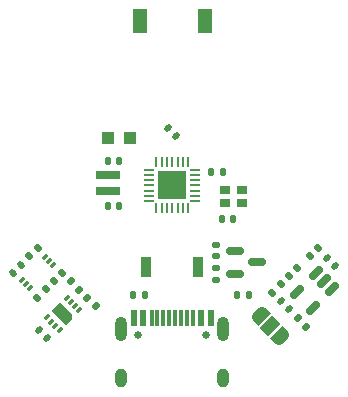
<source format=gbr>
%TF.GenerationSoftware,KiCad,Pcbnew,(6.0.4)*%
%TF.CreationDate,2023-03-17T17:22:40+08:00*%
%TF.ProjectId,ch573beacon,63683537-3362-4656-9163-6f6e2e6b6963,rev?*%
%TF.SameCoordinates,Original*%
%TF.FileFunction,Soldermask,Top*%
%TF.FilePolarity,Negative*%
%FSLAX46Y46*%
G04 Gerber Fmt 4.6, Leading zero omitted, Abs format (unit mm)*
G04 Created by KiCad (PCBNEW (6.0.4)) date 2023-03-17 17:22:40*
%MOMM*%
%LPD*%
G01*
G04 APERTURE LIST*
G04 Aperture macros list*
%AMRoundRect*
0 Rectangle with rounded corners*
0 $1 Rounding radius*
0 $2 $3 $4 $5 $6 $7 $8 $9 X,Y pos of 4 corners*
0 Add a 4 corners polygon primitive as box body*
4,1,4,$2,$3,$4,$5,$6,$7,$8,$9,$2,$3,0*
0 Add four circle primitives for the rounded corners*
1,1,$1+$1,$2,$3*
1,1,$1+$1,$4,$5*
1,1,$1+$1,$6,$7*
1,1,$1+$1,$8,$9*
0 Add four rect primitives between the rounded corners*
20,1,$1+$1,$2,$3,$4,$5,0*
20,1,$1+$1,$4,$5,$6,$7,0*
20,1,$1+$1,$6,$7,$8,$9,0*
20,1,$1+$1,$8,$9,$2,$3,0*%
%AMRotRect*
0 Rectangle, with rotation*
0 The origin of the aperture is its center*
0 $1 length*
0 $2 width*
0 $3 Rotation angle, in degrees counterclockwise*
0 Add horizontal line*
21,1,$1,$2,0,0,$3*%
%AMFreePoly0*
4,1,22,0.550000,-0.750000,0.000000,-0.750000,0.000000,-0.745033,-0.079941,-0.743568,-0.215256,-0.701293,-0.333266,-0.622738,-0.424486,-0.514219,-0.481581,-0.384460,-0.499164,-0.250000,-0.500000,-0.250000,-0.500000,0.250000,-0.499164,0.250000,-0.499963,0.256109,-0.478152,0.396186,-0.417904,0.524511,-0.324060,0.630769,-0.204165,0.706417,-0.067858,0.745374,0.000000,0.744960,0.000000,0.750000,
0.550000,0.750000,0.550000,-0.750000,0.550000,-0.750000,$1*%
%AMFreePoly1*
4,1,20,0.000000,0.744960,0.073905,0.744508,0.209726,0.703889,0.328688,0.626782,0.421226,0.519385,0.479903,0.390333,0.500000,0.250000,0.500000,-0.250000,0.499851,-0.262216,0.476331,-0.402017,0.414519,-0.529596,0.319384,-0.634700,0.198574,-0.708877,0.061801,-0.746166,0.000000,-0.745033,0.000000,-0.750000,-0.550000,-0.750000,-0.550000,0.750000,0.000000,0.750000,0.000000,0.744960,
0.000000,0.744960,$1*%
%AMFreePoly2*
4,1,14,0.318306,0.106694,0.381694,0.043306,0.400000,-0.000888,0.400000,-0.062500,0.381694,-0.106694,0.337500,-0.125000,-0.337500,-0.125000,-0.381694,-0.106694,-0.400000,-0.062500,-0.400000,0.062500,-0.381694,0.106694,-0.337500,0.125000,0.274112,0.125000,0.318306,0.106694,0.318306,0.106694,$1*%
%AMFreePoly3*
4,1,14,0.381694,0.106694,0.400000,0.062500,0.400000,0.000888,0.381694,-0.043306,0.318306,-0.106694,0.274112,-0.125000,-0.337500,-0.125000,-0.381694,-0.106694,-0.400000,-0.062500,-0.400000,0.062500,-0.381694,0.106694,-0.337500,0.125000,0.337500,0.125000,0.381694,0.106694,0.381694,0.106694,$1*%
%AMFreePoly4*
4,1,14,0.106694,0.381694,0.125000,0.337500,0.125000,-0.337500,0.106694,-0.381694,0.062500,-0.400000,-0.062500,-0.400000,-0.106694,-0.381694,-0.125000,-0.337500,-0.125000,0.274112,-0.106694,0.318306,-0.043306,0.381694,0.000888,0.400000,0.062500,0.400000,0.106694,0.381694,0.106694,0.381694,$1*%
%AMFreePoly5*
4,1,14,0.043306,0.381694,0.106694,0.318306,0.125000,0.274112,0.125000,-0.337500,0.106694,-0.381694,0.062500,-0.400000,-0.062500,-0.400000,-0.106694,-0.381694,-0.125000,-0.337500,-0.125000,0.337500,-0.106694,0.381694,-0.062500,0.400000,-0.000888,0.400000,0.043306,0.381694,0.043306,0.381694,$1*%
%AMFreePoly6*
4,1,14,0.381694,0.106694,0.400000,0.062500,0.400000,-0.062500,0.381694,-0.106694,0.337500,-0.125000,-0.274112,-0.125000,-0.318306,-0.106694,-0.381694,-0.043306,-0.400000,0.000888,-0.400000,0.062500,-0.381694,0.106694,-0.337500,0.125000,0.337500,0.125000,0.381694,0.106694,0.381694,0.106694,$1*%
%AMFreePoly7*
4,1,14,0.381694,0.106694,0.400000,0.062500,0.400000,-0.062500,0.381694,-0.106694,0.337500,-0.125000,-0.337500,-0.125000,-0.381694,-0.106694,-0.400000,-0.062500,-0.400000,-0.000888,-0.381694,0.043306,-0.318306,0.106694,-0.274112,0.125000,0.337500,0.125000,0.381694,0.106694,0.381694,0.106694,$1*%
%AMFreePoly8*
4,1,14,0.106694,0.381694,0.125000,0.337500,0.125000,-0.274112,0.106694,-0.318306,0.043306,-0.381694,-0.000888,-0.400000,-0.062500,-0.400000,-0.106694,-0.381694,-0.125000,-0.337500,-0.125000,0.337500,-0.106694,0.381694,-0.062500,0.400000,0.062500,0.400000,0.106694,0.381694,0.106694,0.381694,$1*%
%AMFreePoly9*
4,1,14,0.106694,0.381694,0.125000,0.337500,0.125000,-0.337500,0.106694,-0.381694,0.062500,-0.400000,0.000888,-0.400000,-0.043306,-0.381694,-0.106694,-0.318306,-0.125000,-0.274112,-0.125000,0.337500,-0.106694,0.381694,-0.062500,0.400000,0.062500,0.400000,0.106694,0.381694,0.106694,0.381694,$1*%
%AMFreePoly10*
4,1,6,0.500000,-0.850000,-0.500000,-0.850000,-0.500000,0.550000,-0.200000,0.850000,0.500000,0.850000,0.500000,-0.850000,0.500000,-0.850000,$1*%
G04 Aperture macros list end*
%ADD10RoundRect,0.147500X0.017678X-0.226274X0.226274X-0.017678X-0.017678X0.226274X-0.226274X0.017678X0*%
%ADD11FreePoly0,135.000000*%
%ADD12RotRect,1.000000X1.500000X135.000000*%
%ADD13FreePoly1,135.000000*%
%ADD14O,1.000000X2.100000*%
%ADD15O,1.000000X1.600000*%
%ADD16R,0.600000X1.450000*%
%ADD17R,0.300000X1.450000*%
%ADD18C,0.650000*%
%ADD19R,1.200000X2.000000*%
%ADD20RotRect,0.550000X0.250000X45.000000*%
%ADD21RoundRect,0.135000X-0.035355X0.226274X-0.226274X0.035355X0.035355X-0.226274X0.226274X-0.035355X0*%
%ADD22RoundRect,0.135000X0.035355X-0.226274X0.226274X-0.035355X-0.035355X0.226274X-0.226274X0.035355X0*%
%ADD23R,0.900000X0.800000*%
%ADD24R,1.050000X1.100000*%
%ADD25RoundRect,0.140000X-0.170000X0.140000X-0.170000X-0.140000X0.170000X-0.140000X0.170000X0.140000X0*%
%ADD26RoundRect,0.135000X0.135000X0.185000X-0.135000X0.185000X-0.135000X-0.185000X0.135000X-0.185000X0*%
%ADD27RoundRect,0.140000X-0.219203X-0.021213X-0.021213X-0.219203X0.219203X0.021213X0.021213X0.219203X0*%
%ADD28RoundRect,0.147500X-0.017678X0.226274X-0.226274X0.017678X0.017678X-0.226274X0.226274X-0.017678X0*%
%ADD29RoundRect,0.140000X0.140000X0.170000X-0.140000X0.170000X-0.140000X-0.170000X0.140000X-0.170000X0*%
%ADD30RoundRect,0.135000X0.226274X0.035355X0.035355X0.226274X-0.226274X-0.035355X-0.035355X-0.226274X0*%
%ADD31R,2.000000X0.650000*%
%ADD32FreePoly2,0.000000*%
%ADD33RoundRect,0.062500X-0.337500X-0.062500X0.337500X-0.062500X0.337500X0.062500X-0.337500X0.062500X0*%
%ADD34FreePoly3,0.000000*%
%ADD35FreePoly4,0.000000*%
%ADD36RoundRect,0.062500X-0.062500X-0.337500X0.062500X-0.337500X0.062500X0.337500X-0.062500X0.337500X0*%
%ADD37FreePoly5,0.000000*%
%ADD38FreePoly6,0.000000*%
%ADD39FreePoly7,0.000000*%
%ADD40FreePoly8,0.000000*%
%ADD41FreePoly9,0.000000*%
%ADD42R,2.400000X2.400000*%
%ADD43RoundRect,0.150000X-0.587500X-0.150000X0.587500X-0.150000X0.587500X0.150000X-0.587500X0.150000X0*%
%ADD44RoundRect,0.140000X0.170000X-0.140000X0.170000X0.140000X-0.170000X0.140000X-0.170000X-0.140000X0*%
%ADD45FreePoly10,225.000000*%
%ADD46RotRect,0.550000X0.250000X225.000000*%
%ADD47RoundRect,0.140000X-0.021213X0.219203X-0.219203X0.021213X0.021213X-0.219203X0.219203X-0.021213X0*%
%ADD48RoundRect,0.140000X-0.140000X-0.170000X0.140000X-0.170000X0.140000X0.170000X-0.140000X0.170000X0*%
%ADD49R,0.900000X1.700000*%
%ADD50RoundRect,0.135000X-0.226274X-0.035355X-0.035355X-0.226274X0.226274X0.035355X0.035355X0.226274X0*%
%ADD51RoundRect,0.150000X0.256326X0.468458X-0.468458X-0.256326X-0.256326X-0.468458X0.468458X0.256326X0*%
%ADD52RoundRect,0.135000X-0.135000X-0.185000X0.135000X-0.185000X0.135000X0.185000X-0.135000X0.185000X0*%
G04 APERTURE END LIST*
D10*
%TO.C,D1*%
X132457053Y-131042947D03*
X133142947Y-130357053D03*
%TD*%
D11*
%TO.C,JP1*%
X130035106Y-137899309D03*
D12*
X129115867Y-136980070D03*
D13*
X128196628Y-136060831D03*
%TD*%
D14*
%TO.C,J1*%
X116480000Y-137230000D03*
D15*
X125120000Y-141410000D03*
D14*
X125120000Y-137230000D03*
D15*
X116480000Y-141410000D03*
D16*
X117550000Y-136315000D03*
X118350000Y-136315000D03*
D17*
X119050000Y-136315000D03*
X120050000Y-136315000D03*
X121550000Y-136315000D03*
X122550000Y-136315000D03*
D16*
X123250000Y-136315000D03*
X124050000Y-136315000D03*
X124050000Y-136315000D03*
X123250000Y-136315000D03*
D17*
X122050000Y-136315000D03*
X121050000Y-136315000D03*
X120550000Y-136315000D03*
X119550000Y-136315000D03*
D16*
X118350000Y-136315000D03*
X117550000Y-136315000D03*
D18*
X117910000Y-137760000D03*
X123690000Y-137760000D03*
%TD*%
D19*
%TO.C,AE1*%
X118050000Y-111200000D03*
X123550000Y-111200000D03*
%TD*%
D20*
%TO.C,U1*%
X109996409Y-131158900D03*
X110349963Y-131512453D03*
X110703516Y-131866007D03*
X108758973Y-133810550D03*
X108405419Y-133456997D03*
X108051866Y-133103443D03*
%TD*%
D21*
%TO.C,R3*%
X109378752Y-134621248D03*
X110100000Y-133900000D03*
%TD*%
D22*
%TO.C,R2*%
X111507142Y-132492857D03*
X110785894Y-133214105D03*
%TD*%
D23*
%TO.C,Y2*%
X125300000Y-126550000D03*
X126700000Y-126550000D03*
X126700000Y-125450000D03*
X125300000Y-125450000D03*
%TD*%
D24*
%TO.C,Y1*%
X117205000Y-121090000D03*
X115355000Y-121090000D03*
%TD*%
D25*
%TO.C,C3*%
X124477500Y-131090000D03*
X124477500Y-130130000D03*
%TD*%
D26*
%TO.C,R6*%
X118510000Y-134400000D03*
X117490000Y-134400000D03*
%TD*%
D27*
%TO.C,C6*%
X120460589Y-120260589D03*
X121139411Y-120939411D03*
%TD*%
D28*
%TO.C,D2*%
X130685993Y-132763397D03*
X131371887Y-132077503D03*
%TD*%
D29*
%TO.C,C10*%
X125980000Y-127900000D03*
X125020000Y-127900000D03*
%TD*%
D30*
%TO.C,R5*%
X112199075Y-133204674D03*
X112920323Y-133925922D03*
%TD*%
D31*
%TO.C,L1*%
X115400000Y-124225000D03*
X115400000Y-125575000D03*
%TD*%
D27*
%TO.C,C11*%
X134578822Y-131878822D03*
X133900000Y-131200000D03*
%TD*%
D32*
%TO.C,U3*%
X118850000Y-123750000D03*
D33*
X118850000Y-124200000D03*
X118850000Y-124650000D03*
X118850000Y-125100000D03*
X118850000Y-125550000D03*
X118850000Y-126000000D03*
D34*
X118850000Y-126450000D03*
D35*
X119450000Y-127050000D03*
D36*
X119900000Y-127050000D03*
X120350000Y-127050000D03*
X120800000Y-127050000D03*
X121250000Y-127050000D03*
X121700000Y-127050000D03*
D37*
X122150000Y-127050000D03*
D38*
X122750000Y-126450000D03*
D33*
X122750000Y-126000000D03*
X122750000Y-125550000D03*
X122750000Y-125100000D03*
X122750000Y-124650000D03*
X122750000Y-124200000D03*
D39*
X122750000Y-123750000D03*
D40*
X122150000Y-123150000D03*
D36*
X121700000Y-123150000D03*
X121250000Y-123150000D03*
X120800000Y-123150000D03*
X120350000Y-123150000D03*
X119900000Y-123150000D03*
D41*
X119450000Y-123150000D03*
D42*
X120800000Y-125100000D03*
%TD*%
D43*
%TO.C,U2*%
X128015000Y-131610000D03*
X126140000Y-132560000D03*
X126140000Y-130660000D03*
%TD*%
D30*
%TO.C,R8*%
X131439376Y-136339376D03*
X132160624Y-137060624D03*
%TD*%
D29*
%TO.C,C7*%
X125080000Y-124000000D03*
X124120000Y-124000000D03*
%TD*%
D44*
%TO.C,C4*%
X124477500Y-132130000D03*
X124477500Y-133090000D03*
%TD*%
D45*
%TO.C,U4*%
X111569749Y-135969461D03*
D46*
X111269229Y-137330642D03*
X110915675Y-136977088D03*
X110562122Y-136623535D03*
X110208568Y-136269981D03*
D20*
X111870269Y-134608280D03*
D46*
X112223823Y-134961834D03*
X112577376Y-135315387D03*
X112930930Y-135668941D03*
%TD*%
D22*
%TO.C,R9*%
X129975350Y-133474040D03*
X129254102Y-134195288D03*
%TD*%
D47*
%TO.C,C5*%
X107278644Y-132478714D03*
X107957466Y-131799892D03*
%TD*%
D22*
%TO.C,R1*%
X109392893Y-130364466D03*
X108671645Y-131085714D03*
%TD*%
D48*
%TO.C,C2*%
X115320000Y-126800000D03*
X116280000Y-126800000D03*
%TD*%
D49*
%TO.C,SW1*%
X123000000Y-132000000D03*
X118600000Y-132000000D03*
%TD*%
D48*
%TO.C,C1*%
X115320000Y-123000000D03*
X116280000Y-123000000D03*
%TD*%
D50*
%TO.C,R4*%
X114334536Y-135340136D03*
X113613288Y-134618888D03*
%TD*%
D27*
%TO.C,C8*%
X110212104Y-138005928D03*
X109533282Y-137327106D03*
%TD*%
%TO.C,C9*%
X130668315Y-135595360D03*
X129989493Y-134916538D03*
%TD*%
D51*
%TO.C,U5*%
X132734835Y-135452170D03*
X131391333Y-134108668D03*
X133000001Y-132500000D03*
X133671752Y-133171751D03*
X134343503Y-133843502D03*
%TD*%
D52*
%TO.C,R7*%
X126290000Y-134400000D03*
X127310000Y-134400000D03*
%TD*%
M02*

</source>
